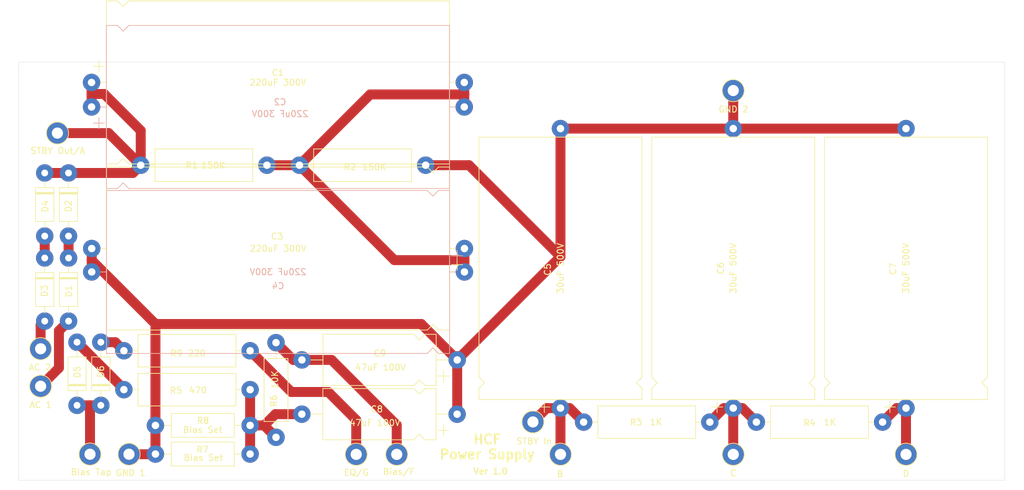
<source format=kicad_pcb>
(kicad_pcb (version 20241229) (generator "pcbnew") (generator_version "9.0")
  (layers (0 "F.Cu" signal) (2 "B.Cu" signal) (13 "F.Paste" user) (15 "B.Paste" user) (5 "F.SilkS" user "F.Silkscreen") (7 "B.SilkS" user "B.Silkscreen") (1 "F.Mask" user) (3 "B.Mask" user) (25 "Edge.Cuts" user))
  (net 0 "")
  (net 1 "Net-(D2-K)")
  (net 2 "Net-(C1-Pad2)")
  (net 3 "GND")
  (net 4 "B")
  (net 5 "C")
  (net 6 "D")
  (net 7 "Net-(C8-Pad2)")
  (net 8 "F")
  (net 9 "Net-(D1-K)")
  (net 10 "Net-(D1-A)")
  (net 11 "Net-(D3-A)")
  (net 12 "Net-(D3-K)")
  (net 13 "Net-(D5-A)")
  (net 14 "60VAC")
  (net 15 "Net-(D6-A)")
  (net 16 "G")
  (footprint "Capacitor_THT:CP_Axial_L42.0mm_D26.0mm_P45.00mm_Horizontal" (layer "F.Cu") (at 204.188 125.2 90)
    (property "Reference" "C7" (at 22.42 -2.09 90) (layer "F.SilkS"))
    (property "Value" "30uF 500V" (at 22.5 0 90) (layer "F.SilkS"))
    (fp_line (start 43.62 -13.12) (end 43.62 13.12) (stroke (width 0.12)) (layer "F.SilkS"))
    (fp_line (start 4.98 -13.12) (end 43.62 -13.12) (stroke (width 0.12)) (layer "F.SilkS"))
    (fp_line (start 3.18 -13.12) (end 4.08 -12.22) (stroke (width 0.12)) (layer "F.SilkS"))
    (fp_line (start 1.38 -13.12) (end 3.18 -13.12) (stroke (width 0.12)) (layer "F.SilkS"))
    (fp_line (start 1.38 -13.12) (end 1.38 13.12) (stroke (width 0.12)) (layer "F.SilkS"))
    (fp_line (start 4.08 -12.22) (end 4.98 -13.12) (stroke (width 0.12)) (layer "F.SilkS"))
    (fp_line (start 0.18 -3.5) (end 0.18 -1.7) (stroke (width 0.12)) (layer "F.SilkS"))
    (fp_line (start -0.72 -2.6) (end 1.08 -2.6) (stroke (width 0.12)) (layer "F.SilkS"))
    (fp_line (start 4.08 12.22) (end 4.98 13.12) (stroke (width 0.12)) (layer "F.SilkS"))
    (fp_line (start 4.98 13.12) (end 43.62 13.12) (stroke (width 0.12)) (layer "F.SilkS"))
    (fp_line (start 3.18 13.12) (end 4.08 12.22) (stroke (width 0.12)) (layer "F.SilkS"))
    (fp_line (start 1.38 13.12) (end 3.18 13.12) (stroke (width 0.12)) (layer "F.SilkS"))
    (pad "1" thru_hole circle (at 0 0 90) (size 2.8 2.8) (drill 1.2) (layers "*.Cu" "*.Mask") (net 6 "D"))
    (pad "2" thru_hole circle (at 45 0 90) (size 2.8 2.8) (drill 1.2) (layers "*.Cu" "*.Mask") (net 3 "GND"))
  )
  (footprint "Resistor_THT:R_Axial_DIN0516_L15.5mm_D5.0mm_P20.32mm_Horizontal" (layer "F.Cu") (at 78.2795 115.965)
    (property "Reference" "R9" (at 8.44 0.44 0) (layer "F.SilkS"))
    (property "Value" "220" (at 11.73 0.4 0) (layer "F.SilkS"))
    (fp_line (start 1.44 0) (end 2.29 0) (stroke (width 0.12)) (layer "F.SilkS"))
    (fp_line (start 2.29 -2.62) (end 2.29 2.62) (stroke (width 0.12)) (layer "F.SilkS"))
    (fp_line (start 2.29 2.62) (end 18.03 2.62) (stroke (width 0.12)) (layer "F.SilkS"))
    (fp_line (start 18.03 -2.62) (end 2.29 -2.62) (stroke (width 0.12)) (layer "F.SilkS"))
    (fp_line (start 18.03 2.62) (end 18.03 -2.62) (stroke (width 0.12)) (layer "F.SilkS"))
    (fp_line (start 18.88 0) (end 18.03 0) (stroke (width 0.12)) (layer "F.SilkS"))
    (pad "1" thru_hole circle (at 0 0) (size 2.8 2.8) (drill 1.2) (layers "*.Cu" "*.Mask") (net 15 "Net-(D6-A)"))
    (pad "2" thru_hole circle (at 20.32 0) (size 2.8 2.8) (drill 1.2) (layers "*.Cu" "*.Mask") (net 16 "G"))
  )
  (footprint "HiroFootprints:Out_Hole_3.4_1.8" (layer "F.Cu") (at 148.565 132.65)
    (property "Reference" "TP3" (hide yes))
    (property "Value" "B" (at -0.08 3.16 0) (layer "F.SilkS"))
    (fp_circle (center 0 0) (end 1.8 0) (stroke (width 0.12)) (fill no) (layer "F.SilkS"))
    (pad "1" thru_hole circle (at 0 0) (size 3.4 3.4) (drill 1.8) (layers "*.Cu" "*.Mask") (net 4 "B"))
  )
  (footprint "HiroFootprints:Out_Hole_3.4_1.8" (layer "F.Cu") (at 176.378 132.65)
    (property "Reference" "TP4" (hide yes))
    (property "Value" "C" (at 0 3.02 0) (layer "F.SilkS"))
    (fp_circle (center 0 0) (end 1.8 0) (stroke (width 0.12)) (fill no) (layer "F.SilkS"))
    (pad "1" thru_hole circle (at 0 0) (size 3.4 3.4) (drill 1.8) (layers "*.Cu" "*.Mask") (net 5 "C"))
  )
  (footprint "HiroFootprints:Out_Hole_3.4_1.8" (layer "F.Cu") (at 122.2 132.65)
    (property "Reference" "TP7" (hide yes))
    (property "Value" "Bias/F" (at 0.34 2.79 0) (layer "F.SilkS"))
    (fp_circle (center 0 0) (end 1.8 0) (stroke (width 0.12)) (fill no) (layer "F.SilkS"))
    (pad "1" thru_hole circle (at 0 0) (size 3.4 3.4) (drill 1.8) (layers "*.Cu" "*.Mask") (net 8 "F"))
  )
  (footprint "Capacitor_THT:CP_Axial_L18.0mm_D8.0mm_P25.00mm_Horizontal" (layer "F.Cu") (at 131.937 117.44 180)
    (property "Reference" "C9" (at 12.45 1.05 0) (layer "F.SilkS"))
    (property "Value" "47uF 100V" (at 12.34 -1.21 0) (layer "F.SilkS"))
    (fp_line (start 23.56 0) (end 21.62 0) (stroke (width 0.12)) (layer "F.SilkS"))
    (fp_line (start 21.62 -4.12) (end 21.62 4.12) (stroke (width 0.12)) (layer "F.SilkS"))
    (fp_line (start 6.98 4.12) (end 21.62 4.12) (stroke (width 0.12)) (layer "F.SilkS"))
    (fp_line (start 6.98 -4.12) (end 21.62 -4.12) (stroke (width 0.12)) (layer "F.SilkS"))
    (fp_line (start 6.08 3.22) (end 6.98 4.12) (stroke (width 0.12)) (layer "F.SilkS"))
    (fp_line (start 6.08 -3.22) (end 6.98 -4.12) (stroke (width 0.12)) (layer "F.SilkS"))
    (fp_line (start 5.18 4.12) (end 6.08 3.22) (stroke (width 0.12)) (layer "F.SilkS"))
    (fp_line (start 5.18 -4.12) (end 6.08 -3.22) (stroke (width 0.12)) (layer "F.SilkS"))
    (fp_line (start 3.38 4.12) (end 5.18 4.12) (stroke (width 0.12)) (layer "F.SilkS"))
    (fp_line (start 3.38 -4.12) (end 5.18 -4.12) (stroke (width 0.12)) (layer "F.SilkS"))
    (fp_line (start 3.38 -4.12) (end 3.38 4.12) (stroke (width 0.12)) (layer "F.SilkS"))
    (fp_line (start 2.18 -3.5) (end 2.18 -1.7) (stroke (width 0.12)) (layer "F.SilkS"))
    (fp_line (start 1.44 0) (end 3.38 0) (stroke (width 0.12)) (layer "F.SilkS"))
    (fp_line (start 1.28 -2.6) (end 3.08 -2.6) (stroke (width 0.12)) (layer "F.SilkS"))
    (pad "1" thru_hole circle (at 0 0 180) (size 2.8 2.8) (drill 1.2) (layers "*.Cu" "*.Mask") (net 3 "GND"))
    (pad "2" thru_hole circle (at 25 0 180) (size 2.8 2.8) (drill 1.2) (layers "*.Cu" "*.Mask") (net 8 "F"))
  )
  (footprint "Resistor_THT:R_Axial_DIN0516_L15.5mm_D5.0mm_P20.32mm_Horizontal" (layer "F.Cu") (at 152.287 127.45)
    (property "Reference" "R3" (at 8.454 0.034 0) (layer "F.SilkS"))
    (property "Value" "1K" (at 11.65 0 0) (layer "F.SilkS"))
    (fp_line (start 1.44 0) (end 2.29 0) (stroke (width 0.12)) (layer "F.SilkS"))
    (fp_line (start 2.29 -2.62) (end 2.29 2.62) (stroke (width 0.12)) (layer "F.SilkS"))
    (fp_line (start 2.29 2.62) (end 18.03 2.62) (stroke (width 0.12)) (layer "F.SilkS"))
    (fp_line (start 18.03 -2.62) (end 2.29 -2.62) (stroke (width 0.12)) (layer "F.SilkS"))
    (fp_line (start 18.03 2.62) (end 18.03 -2.62) (stroke (width 0.12)) (layer "F.SilkS"))
    (fp_line (start 18.88 0) (end 18.03 0) (stroke (width 0.12)) (layer "F.SilkS"))
    (pad "1" thru_hole circle (at 0 0) (size 2.8 2.8) (drill 1.2) (layers "*.Cu" "*.Mask") (net 4 "B"))
    (pad "2" thru_hole circle (at 20.32 0) (size 2.8 2.8) (drill 1.2) (layers "*.Cu" "*.Mask") (net 5 "C"))
  )
  (footprint "HiroFootprints:Out_Hole_3.4_1.8" (layer "F.Cu") (at 144.125 127.425)
    (property "Reference" "TP2" (hide yes))
    (property "Value" "STBY In" (at 0.205 3.105 0) (layer "F.SilkS"))
    (fp_circle (center 0 0) (end 1.8 0) (stroke (width 0.12)) (fill no) (layer "F.SilkS"))
    (pad "1" thru_hole circle (at 0 0) (size 3.4 3.4) (drill 1.8) (layers "*.Cu" "*.Mask") (net 4 "B"))
  )
  (footprint "Capacitor_THT:CP_Axial_L42.0mm_D26.0mm_P45.00mm_Horizontal" (layer "F.Cu") (at 176.375 125.2 90)
    (property "Reference" "C6" (at 22.52 -2.03 90) (layer "F.SilkS"))
    (property "Value" "30uF 500V" (at 22.5 0 90) (layer "F.SilkS"))
    (fp_line (start 43.62 -13.12) (end 43.62 13.12) (stroke (width 0.12)) (layer "F.SilkS"))
    (fp_line (start 4.98 -13.12) (end 43.62 -13.12) (stroke (width 0.12)) (layer "F.SilkS"))
    (fp_line (start 3.18 -13.12) (end 4.08 -12.22) (stroke (width 0.12)) (layer "F.SilkS"))
    (fp_line (start 1.38 -13.12) (end 3.18 -13.12) (stroke (width 0.12)) (layer "F.SilkS"))
    (fp_line (start 1.38 -13.12) (end 1.38 13.12) (stroke (width 0.12)) (layer "F.SilkS"))
    (fp_line (start 4.08 -12.22) (end 4.98 -13.12) (stroke (width 0.12)) (layer "F.SilkS"))
    (fp_line (start 0.18 -3.5) (end 0.18 -1.7) (stroke (width 0.12)) (layer "F.SilkS"))
    (fp_line (start -0.72 -2.6) (end 1.08 -2.6) (stroke (width 0.12)) (layer "F.SilkS"))
    (fp_line (start 4.08 12.22) (end 4.98 13.12) (stroke (width 0.12)) (layer "F.SilkS"))
    (fp_line (start 4.98 13.12) (end 43.62 13.12) (stroke (width 0.12)) (layer "F.SilkS"))
    (fp_line (start 3.18 13.12) (end 4.08 12.22) (stroke (width 0.12)) (layer "F.SilkS"))
    (fp_line (start 1.38 13.12) (end 3.18 13.12) (stroke (width 0.12)) (layer "F.SilkS"))
    (pad "1" thru_hole circle (at 0 0 90) (size 2.8 2.8) (drill 1.2) (layers "*.Cu" "*.Mask") (net 5 "C"))
    (pad "2" thru_hole circle (at 45 0 90) (size 2.8 2.8) (drill 1.2) (layers "*.Cu" "*.Mask") (net 3 "GND"))
  )
  (footprint "Resistor_THT:R_Axial_DIN0411_L9.9mm_D3.6mm_P15.24mm_Horizontal" (layer "F.Cu") (at 102.76825 114.66 -90)
    (property "Reference" "R6" (at 9.36 0.36 90) (layer "F.SilkS"))
    (property "Value" "10K" (at 5.95 0.18 90) (layer "F.SilkS"))
    (fp_line (start 2.55 1.92) (end 12.69 1.92) (stroke (width 0.12)) (layer "F.SilkS"))
    (fp_line (start 12.69 1.92) (end 12.69 -1.92) (stroke (width 0.12)) (layer "F.SilkS"))
    (fp_line (start 1.44 0) (end 2.55 0) (stroke (width 0.12)) (layer "F.SilkS"))
    (fp_line (start 13.8 0) (end 12.69 0) (stroke (width 0.12)) (layer "F.SilkS"))
    (fp_line (start 2.55 -1.92) (end 2.55 1.92) (stroke (width 0.12)) (layer "F.SilkS"))
    (fp_line (start 12.69 -1.92) (end 2.55 -1.92) (stroke (width 0.12)) (layer "F.SilkS"))
    (pad "1" thru_hole circle (at 0 0 270) (size 2.8 2.8) (drill 1.2) (layers "*.Cu" "*.Mask") (net 8 "F"))
    (pad "2" thru_hole circle (at 15.24 0 270) (size 2.8 2.8) (drill 1.2) (layers "*.Cu" "*.Mask") (net 7 "Net-(C8-Pad2)"))
  )
  (footprint "Capacitor_THT:CP_Axial_L18.0mm_D8.0mm_P25.00mm_Horizontal" (layer "F.Cu") (at 131.925 126.175 180)
    (property "Reference" "C8" (at 12.94 0.81 0) (layer "F.SilkS"))
    (property "Value" "47uF 100V" (at 13.24 -1.39 0) (layer "F.SilkS"))
    (fp_line (start 23.56 0) (end 21.62 0) (stroke (width 0.12)) (layer "F.SilkS"))
    (fp_line (start 21.62 -4.12) (end 21.62 4.12) (stroke (width 0.12)) (layer "F.SilkS"))
    (fp_line (start 6.98 4.12) (end 21.62 4.12) (stroke (width 0.12)) (layer "F.SilkS"))
    (fp_line (start 6.98 -4.12) (end 21.62 -4.12) (stroke (width 0.12)) (layer "F.SilkS"))
    (fp_line (start 6.08 3.22) (end 6.98 4.12) (stroke (width 0.12)) (layer "F.SilkS"))
    (fp_line (start 6.08 -3.22) (end 6.98 -4.12) (stroke (width 0.12)) (layer "F.SilkS"))
    (fp_line (start 5.18 4.12) (end 6.08 3.22) (stroke (width 0.12)) (layer "F.SilkS"))
    (fp_line (start 5.18 -4.12) (end 6.08 -3.22) (stroke (width 0.12)) (layer "F.SilkS"))
    (fp_line (start 3.38 4.12) (end 5.18 4.12) (stroke (width 0.12)) (layer "F.SilkS"))
    (fp_line (start 3.38 -4.12) (end 5.18 -4.12) (stroke (width 0.12)) (layer "F.SilkS"))
    (fp_line (start 3.38 -4.12) (end 3.38 4.12) (stroke (width 0.12)) (layer "F.SilkS"))
    (fp_line (start 2.18 -3.5) (end 2.18 -1.7) (stroke (width 0.12)) (layer "F.SilkS"))
    (fp_line (start 1.44 0) (end 3.38 0) (stroke (width 0.12)) (layer "F.SilkS"))
    (fp_line (start 1.28 -2.6) (end 3.08 -2.6) (stroke (width 0.12)) (layer "F.SilkS"))
    (pad "1" thru_hole circle (at 0 0 180) (size 2.8 2.8) (drill 1.2) (layers "*.Cu" "*.Mask") (net 3 "GND"))
    (pad "2" thru_hole circle (at 25 0 180) (size 2.8 2.8) (drill 1.2) (layers "*.Cu" "*.Mask") (net 7 "Net-(C8-Pad2)"))
  )
  (footprint "Capacitor_THT:CP_Axial_L55.0mm_D26.0mm_P60.00mm_Horizontal" (layer "F.Cu") (at 73.075 72.775)
    (property "Reference" "C1" (at 30 -1.5625 0) (layer "F.SilkS"))
    (property "Value" "220uF 300V" (at 30 0 0) (layer "F.SilkS"))
    (fp_line (start 0.28 -2.6) (end 2.08 -2.6) (stroke (width 0.12)) (layer "F.SilkS"))
    (fp_line (start 1.18 -3.5) (end 1.18 -1.7) (stroke (width 0.12)) (layer "F.SilkS"))
    (fp_line (start 1.44 0) (end 2.38 0) (stroke (width 0.12)) (layer "F.SilkS"))
    (fp_line (start 2.38 -13.12) (end 2.38 13.12) (stroke (width 0.12)) (layer "F.SilkS"))
    (fp_line (start 2.38 -13.12) (end 4.18 -13.12) (stroke (width 0.12)) (layer "F.SilkS"))
    (fp_line (start 2.38 13.12) (end 4.18 13.12) (stroke (width 0.12)) (layer "F.SilkS"))
    (fp_line (start 4.18 -13.12) (end 5.08 -12.22) (stroke (width 0.12)) (layer "F.SilkS"))
    (fp_line (start 4.18 13.12) (end 5.08 12.22) (stroke (width 0.12)) (layer "F.SilkS"))
    (fp_line (start 5.08 -12.22) (end 5.98 -13.12) (stroke (width 0.12)) (layer "F.SilkS"))
    (fp_line (start 5.08 12.22) (end 5.98 13.12) (stroke (width 0.12)) (layer "F.SilkS"))
    (fp_line (start 5.98 -13.12) (end 57.62 -13.12) (stroke (width 0.12)) (layer "F.SilkS"))
    (fp_line (start 5.98 13.12) (end 57.62 13.12) (stroke (width 0.12)) (layer "F.SilkS"))
    (fp_line (start 57.62 -13.12) (end 57.62 13.12) (stroke (width 0.12)) (layer "F.SilkS"))
    (fp_line (start 58.56 0) (end 57.62 0) (stroke (width 0.12)) (layer "F.SilkS"))
    (pad "1" thru_hole circle (at 0 0) (size 2.8 2.8) (drill 1.2) (layers "*.Cu" "*.Mask") (net 1 "Net-(D2-K)"))
    (pad "2" thru_hole circle (at 60 0) (size 2.8 2.8) (drill 1.2) (layers "*.Cu" "*.Mask") (net 2 "Net-(C1-Pad2)"))
  )
  (footprint "HiroFootprints:Out_Hole_3.4_1.8" (layer "F.Cu") (at 64.875 121.675)
    (property "Reference" "TP10" (hide yes))
    (property "Value" "AC 1" (at 0 3 0) (layer "F.SilkS"))
    (fp_circle (center 0 0) (end 1.8 0) (stroke (width 0.12)) (fill no) (layer "F.SilkS"))
    (pad "1" thru_hole circle (at 0 0) (size 3.4 3.4) (drill 1.8) (layers "*.Cu" "*.Mask") (net 10 "Net-(D1-A)"))
  )
  (footprint "Resistor_THT:R_Axial_DIN0516_L15.5mm_D5.0mm_P20.32mm_Horizontal" (layer "F.Cu") (at 80.99 86.0925)
    (property "Reference" "R1" (at 8.21 0.0325 0) (layer "F.SilkS"))
    (property "Value" "150K" (at 11.685 0.0325 0) (layer "F.SilkS"))
    (fp_line (start 1.44 0) (end 2.29 0) (stroke (width 0.12)) (layer "F.SilkS"))
    (fp_line (start 2.29 -2.62) (end 2.29 2.62) (stroke (width 0.12)) (layer "F.SilkS"))
    (fp_line (start 2.29 2.62) (end 18.03 2.62) (stroke (width 0.12)) (layer "F.SilkS"))
    (fp_line (start 18.03 -2.62) (end 2.29 -2.62) (stroke (width 0.12)) (layer "F.SilkS"))
    (fp_line (start 18.03 2.62) (end 18.03 -2.62) (stroke (width 0.12)) (layer "F.SilkS"))
    (fp_line (start 18.88 0) (end 18.03 0) (stroke (width 0.12)) (layer "F.SilkS"))
    (pad "1" thru_hole circle (at 0 0) (size 2.8 2.8) (drill 1.2) (layers "*.Cu" "*.Mask") (net 1 "Net-(D2-K)"))
    (pad "2" thru_hole circle (at 20.32 0) (size 2.8 2.8) (drill 1.2) (layers "*.Cu" "*.Mask") (net 2 "Net-(C1-Pad2)"))
  )
  (footprint "HiroFootprints:Out_Hole_3.4_1.8" (layer "F.Cu") (at 115.68 132.65)
    (property "Reference" "TP8" (hide yes))
    (property "Value" "EQ/G" (at 0.03 2.92 0) (layer "F.SilkS"))
    (fp_circle (center 0 0) (end 1.8 0) (stroke (width 0.12)) (fill no) (layer "F.SilkS"))
    (pad "1" thru_hole circle (at 0 0) (size 3.4 3.4) (drill 1.8) (layers "*.Cu" "*.Mask") (net 16 "G"))
  )
  (footprint "Diode_THT:D_DO-41_SOD81_P10.16mm_Horizontal" (layer "F.Cu") (at 65.535 87.345 -90)
    (property "Reference" "D4" (at 5.37 -0.07 90) (layer "F.SilkS"))
    (property "Value" "1N4006")
    (fp_line (start 2.36 1.47) (end 7.8 1.47) (stroke (width 0.12)) (layer "F.SilkS"))
    (fp_line (start 7.8 1.47) (end 7.8 -1.47) (stroke (width 0.12)) (layer "F.SilkS"))
    (fp_line (start 1.34 0) (end 2.36 0) (stroke (width 0.12)) (layer "F.SilkS"))
    (fp_line (start 8.82 0) (end 7.8 0) (stroke (width 0.12)) (layer "F.SilkS"))
    (fp_line (start 2.36 -1.47) (end 2.36 1.47) (stroke (width 0.12)) (layer "F.SilkS"))
    (fp_line (start 3.14 -1.47) (end 3.14 1.47) (stroke (width 0.12)) (layer "F.SilkS"))
    (fp_line (start 3.26 -1.47) (end 3.26 1.47) (stroke (width 0.12)) (layer "F.SilkS"))
    (fp_line (start 3.38 -1.47) (end 3.38 1.47) (stroke (width 0.12)) (layer "F.SilkS"))
    (fp_line (start 7.8 -1.47) (end 2.36 -1.47) (stroke (width 0.12)) (layer "F.SilkS"))
    (pad "1" thru_hole circle (at 0 0 270) (size 2.8 2.8) (drill 1.1) (layers "*.Cu" "*.Mask") (net 1 "Net-(D2-K)"))
    (pad "2" thru_hole circle (at 10.16 0 270) (size 2.8 2.8) (drill 1.1) (layers "*.Cu" "*.Mask") (net 12 "Net-(D3-K)"))
  )
  (footprint "HiroFootprints:Out_Hole_3.4_1.8" (layer "F.Cu") (at 204.191 132.65)
    (property "Reference" "TP5" (hide yes))
    (property "Value" "D" (at -0.01 3.09 0) (layer "F.SilkS"))
    (fp_circle (center 0 0) (end 1.8 0) (stroke (width 0.12)) (fill no) (layer "F.SilkS"))
    (pad "1" thru_hole circle (at 0 0) (size 3.4 3.4) (drill 1.8) (layers "*.Cu" "*.Mask") (net 6 "D"))
  )
  (footprint "Resistor_THT:R_Axial_DIN0411_L9.9mm_D3.6mm_P15.24mm_Horizontal" (layer "F.Cu") (at 98.5995 127.985 180)
    (property "Reference" "R8" (at 7.59 0.77 0) (layer "F.SilkS"))
    (property "Value" "Bias Set" (at 7.64 -0.72 0) (layer "F.SilkS"))
    (fp_line (start 13.8 0) (end 12.69 0) (stroke (width 0.12)) (layer "F.SilkS"))
    (fp_line (start 12.69 1.92) (end 12.69 -1.92) (stroke (width 0.12)) (layer "F.SilkS"))
    (fp_line (start 12.69 -1.92) (end 2.55 -1.92) (stroke (width 0.12)) (layer "F.SilkS"))
    (fp_line (start 2.55 1.92) (end 12.69 1.92) (stroke (width 0.12)) (layer "F.SilkS"))
    (fp_line (start 2.55 -1.92) (end 2.55 1.92) (stroke (width 0.12)) (layer "F.SilkS"))
    (fp_line (start 1.44 0) (end 2.55 0) (stroke (width 0.12)) (layer "F.SilkS"))
    (pad "1" thru_hole circle (at 0 0 180) (size 2.8 2.8) (drill 1.2) (layers "*.Cu" "*.Mask") (net 7 "Net-(C8-Pad2)"))
    (pad "2" thru_hole circle (at 15.24 0 180) (size 2.8 2.8) (drill 1.2) (layers "*.Cu" "*.Mask") (net 3 "GND"))
  )
  (footprint "Diode_THT:D_DO-41_SOD81_P10.16mm_Horizontal" (layer "F.Cu") (at 74.567 124.75 90)
    (property "Reference" "D6" (at 5.43 0.01 90) (layer "F.SilkS"))
    (property "Value" "1N4006")
    (fp_line (start 7.8 -1.47) (end 2.36 -1.47) (stroke (width 0.12)) (layer "F.SilkS"))
    (fp_line (start 3.38 -1.47) (end 3.38 1.47) (stroke (width 0.12)) (layer "F.SilkS"))
    (fp_line (start 3.26 -1.47) (end 3.26 1.47) (stroke (width 0.12)) (layer "F.SilkS"))
    (fp_line (start 3.14 -1.47) (end 3.14 1.47) (stroke (width 0.12)) (layer "F.SilkS"))
    (fp_line (start 2.36 -1.47) (end 2.36 1.47) (stroke (width 0.12)) (layer "F.SilkS"))
    (fp_line (start 8.82 0) (end 7.8 0) (stroke (width 0.12)) (layer "F.SilkS"))
    (fp_line (start 1.34 0) (end 2.36 0) (stroke (width 0.12)) (layer "F.SilkS"))
    (fp_line (start 7.8 1.47) (end 7.8 -1.47) (stroke (width 0.12)) (layer "F.SilkS"))
    (fp_line (start 2.36 1.47) (end 7.8 1.47) (stroke (width 0.12)) (layer "F.SilkS"))
    (pad "1" thru_hole circle (at 0 0 90) (size 2.8 2.8) (drill 1.1) (layers "*.Cu" "*.Mask") (net 14 "60VAC"))
    (pad "2" thru_hole circle (at 10.16 0 90) (size 2.8 2.8) (drill 1.1) (layers "*.Cu" "*.Mask") (net 15 "Net-(D6-A)"))
  )
  (footprint "Resistor_THT:R_Axial_DIN0516_L15.5mm_D5.0mm_P20.32mm_Horizontal" (layer "F.Cu") (at 180.1 127.45)
    (property "Reference" "R4" (at 8.56 0.144 0) (layer "F.SilkS"))
    (property "Value" "1K" (at 11.85 0.04 0) (layer "F.SilkS"))
    (fp_line (start 1.44 0) (end 2.29 0) (stroke (width 0.12)) (layer "F.SilkS"))
    (fp_line (start 2.29 -2.62) (end 2.29 2.62) (stroke (width 0.12)) (layer "F.SilkS"))
    (fp_line (start 2.29 2.62) (end 18.03 2.62) (stroke (width 0.12)) (layer "F.SilkS"))
    (fp_line (start 18.03 -2.62) (end 2.29 -2.62) (stroke (width 0.12)) (layer "F.SilkS"))
    (fp_line (start 18.03 2.62) (end 18.03 -2.62) (stroke (width 0.12)) (layer "F.SilkS"))
    (fp_line (start 18.88 0) (end 18.03 0) (stroke (width 0.12)) (layer "F.SilkS"))
    (pad "1" thru_hole circle (at 0 0) (size 2.8 2.8) (drill 1.2) (layers "*.Cu" "*.Mask") (net 5 "C"))
    (pad "2" thru_hole circle (at 20.32 0) (size 2.8 2.8) (drill 1.2) (layers "*.Cu" "*.Mask") (net 6 "D"))
  )
  (footprint "Diode_THT:D_DO-41_SOD81_P10.16mm_Horizontal" (layer "F.Cu") (at 69.375 101.035 -90)
    (property "Reference" "D1" (at 5.34 -0.05 90) (layer "F.SilkS"))
    (property "Value" "1N4006")
    (fp_line (start 2.36 1.47) (end 7.8 1.47) (stroke (width 0.12)) (layer "F.SilkS"))
    (fp_line (start 7.8 1.47) (end 7.8 -1.47) (stroke (width 0.12)) (layer "F.SilkS"))
    (fp_line (start 1.34 0) (end 2.36 0) (stroke (width 0.12)) (layer "F.SilkS"))
    (fp_line (start 8.82 0) (end 7.8 0) (stroke (width 0.12)) (layer "F.SilkS"))
    (fp_line (start 2.36 -1.47) (end 2.36 1.47) (stroke (width 0.12)) (layer "F.SilkS"))
    (fp_line (start 3.14 -1.47) (end 3.14 1.47) (stroke (width 0.12)) (layer "F.SilkS"))
    (fp_line (start 3.26 -1.47) (end 3.26 1.47) (stroke (width 0.12)) (layer "F.SilkS"))
    (fp_line (start 3.38 -1.47) (end 3.38 1.47) (stroke (width 0.12)) (layer "F.SilkS"))
    (fp_line (start 7.8 -1.47) (end 2.36 -1.47) (stroke (width 0.12)) (layer "F.SilkS"))
    (pad "1" thru_hole circle (at 0 0 270) (size 2.8 2.8) (drill 1.1) (layers "*.Cu" "*.Mask") (net 9 "Net-(D1-K)"))
    (pad "2" thru_hole circle (at 10.16 0 270) (size 2.8 2.8) (drill 1.1) (layers "*.Cu" "*.Mask") (net 10 "Net-(D1-A)"))
  )
  (footprint "HiroFootprints:Out_Hole_3.4_1.8" (layer "F.Cu") (at 67.575 80.925)
    (property "Reference" "TP1" (hide yes))
    (property "Value" "STBY Out/A" (at 0.065 2.845 0) (layer "F.SilkS"))
    (fp_circle (center 0 0) (end 1.8 0) (stroke (width 0.12)) (fill no) (layer "F.SilkS"))
    (pad "1" thru_hole circle (at 0 0) (size 3.4 3.4) (drill 1.8) (layers "*.Cu" "*.Mask") (net 1 "Net-(D2-K)"))
  )
  (footprint "Diode_THT:D_DO-41_SOD81_P10.16mm_Horizontal" (layer "F.Cu") (at 70.73575 124.75 90)
    (property "Reference" "D5" (at 5.35 0.04 90) (layer "F.SilkS"))
    (property "Value" "1N4006")
    (fp_line (start 7.8 -1.47) (end 2.36 -1.47) (stroke (width 0.12)) (layer "F.SilkS"))
    (fp_line (start 3.38 -1.47) (end 3.38 1.47) (stroke (width 0.12)) (layer "F.SilkS"))
    (fp_line (start 3.26 -1.47) (end 3.26 1.47) (stroke (width 0.12)) (layer "F.SilkS"))
    (fp_line (start 3.14 -1.47) (end 3.14 1.47) (stroke (width 0.12)) (layer "F.SilkS"))
    (fp_line (start 2.36 -1.47) (end 2.36 1.47) (stroke (width 0.12)) (layer "F.SilkS"))
    (fp_line (start 8.82 0) (end 7.8 0) (stroke (width 0.12)) (layer "F.SilkS"))
    (fp_line (start 1.34 0) (end 2.36 0) (stroke (width 0.12)) (layer "F.SilkS"))
    (fp_line (start 7.8 1.47) (end 7.8 -1.47) (stroke (width 0.12)) (layer "F.SilkS"))
    (fp_line (start 2.36 1.47) (end 7.8 1.47) (stroke (width 0.12)) (layer "F.SilkS"))
    (pad "1" thru_hole circle (at 0 0 90) (size 2.8 2.8) (drill 1.1) (layers "*.Cu" "*.Mask") (net 14 "60VAC"))
    (pad "2" thru_hole circle (at 10.16 0 90) (size 2.8 2.8) (drill 1.1) (layers "*.Cu" "*.Mask") (net 13 "Net-(D5-A)"))
  )
  (footprint "MountingHole:MountingHole_4mm" (layer "F.Cu") (at 215.85 73.775)
    (property "Reference" "REF**" (hide yes))
    (property "Value" "MountingHole_4mm")
    (pad "" np_thru_hole circle (at 0 0) (size 4 4) (drill 4) (layers "*.Cu" "*.Mask"))
  )
  (footprint "HiroFootprints:Out_Hole_3.4_1.8" (layer "F.Cu") (at 72.825 132.625)
    (property "Reference" "TP9" (hide yes))
    (property "Value" "Bias Tap" (at 0.18 2.86 0) (layer "F.SilkS"))
    (fp_circle (center 0 0) (end 1.8 0) (stroke (width 0.12)) (fill no) (layer "F.SilkS"))
    (pad "1" thru_hole circle (at 0 0) (size 3.4 3.4) (drill 1.8) (layers "*.Cu" "*.Mask") (net 14 "60VAC"))
  )
  (footprint "Resistor_THT:R_Axial_DIN0411_L9.9mm_D3.6mm_P15.24mm_Horizontal" (layer "F.Cu") (at 98.5995 132.595 180)
    (property "Reference" "R7" (at 7.65 0.71 0) (layer "F.SilkS"))
    (property "Value" "Bias Set" (at 7.53 -0.59 0) (layer "F.SilkS"))
    (fp_line (start 13.8 0) (end 12.69 0) (stroke (width 0.12)) (layer "F.SilkS"))
    (fp_line (start 12.69 1.92) (end 12.69 -1.92) (stroke (width 0.12)) (layer "F.SilkS"))
    (fp_line (start 12.69 -1.92) (end 2.55 -1.92) (stroke (width 0.12)) (layer "F.SilkS"))
    (fp_line (start 2.55 1.92) (end 12.69 1.92) (stroke (width 0.12)) (layer "F.SilkS"))
    (fp_line (start 2.55 -1.92) (end 2.55 1.92) (stroke (width 0.12)) (layer "F.SilkS"))
    (fp_line (start 1.44 0) (end 2.55 0) (stroke (width 0.12)) (layer "F.SilkS"))
    (pad "1" thru_hole circle (at 0 0 180) (size 2.8 2.8) (drill 1.2) (layers "*.Cu" "*.Mask") (net 7 "Net-(C8-Pad2)"))
    (pad "2" thru_hole circle (at 15.24 0 180) (size 2.8 2.8) (drill 1.2) (layers "*.Cu" "*.Mask") (net 3 "GND"))
  )
  (footprint "Resistor_THT:R_Axial_DIN0516_L15.5mm_D5.0mm_P20.32mm_Horizontal" (layer "F.Cu") (at 78.2795 122.225)
    (property "Reference" "R5" (at 8.39 0.14 0) (layer "F.SilkS"))
    (property "Value" "470" (at 11.91 0.09 0) (layer "F.SilkS"))
    (fp_line (start 1.44 0) (end 2.29 0) (stroke (width 0.12)) (layer "F.SilkS"))
    (fp_line (start 2.29 -2.62) (end 2.29 2.62) (stroke (width 0.12)) (layer "F.SilkS"))
    (fp_line (start 2.29 2.62) (end 18.03 2.62) (stroke (width 0.12)) (layer "F.SilkS"))
    (fp_line (start 18.03 -2.62) (end 2.29 -2.62) (stroke (width 0.12)) (layer "F.SilkS"))
    (fp_line (start 18.03 2.62) (end 18.03 -2.62) (stroke (width 0.12)) (layer "F.SilkS"))
    (fp_line (start 18.88 0) (end 18.03 0) (stroke (width 0.12)) (layer "F.SilkS"))
    (pad "1" thru_hole circle (at 0 0) (size 2.8 2.8) (drill 1.2) (layers "*.Cu" "*.Mask") (net 13 "Net-(D5-A)"))
    (pad "2" thru_hole circle (at 20.32 0) (size 2.8 2.8) (drill 1.2) (layers "*.Cu" "*.Mask") (net 7 "Net-(C8-Pad2)"))
  )
  (footprint "Capacitor_THT:CP_Axial_L42.0mm_D26.0mm_P45.00mm_Horizontal" (layer "F.Cu") (at 148.562 125.2 90)
    (property "Reference" "C5" (at 22.31 -2.07 90) (layer "F.SilkS"))
    (property "Value" "30uF 500V" (at 22.5 0 90) (layer "F.SilkS"))
    (fp_line (start 43.62 -13.12) (end 43.62 13.12) (stroke (width 0.12)) (layer "F.SilkS"))
    (fp_line (start 4.98 -13.12) (end 43.62 -13.12) (stroke (width 0.12)) (layer "F.SilkS"))
    (fp_line (start 3.18 -13.12) (end 4.08 -12.22) (stroke (width 0.12)) (layer "F.SilkS"))
    (fp_line (start 1.38 -13.12) (end 3.18 -13.12) (stroke (width 0.12)) (layer "F.SilkS"))
    (fp_line (start 1.38 -13.12) (end 1.38 13.12) (stroke (width 0.12)) (layer "F.SilkS"))
    (fp_line (start 4.08 -12.22) (end 4.98 -13.12) (stroke (width 0.12)) (layer "F.SilkS"))
    (fp_line (start 0.18 -3.5) (end 0.18 -1.7) (stroke (width 0.12)) (layer "F.SilkS"))
    (fp_line (start -0.72 -2.6) (end 1.08 -2.6) (stroke (width 0.12)) (layer "F.SilkS"))
    (fp_line (start 4.08 12.22) (end 4.98 13.12) (stroke (width 0.12)) (layer "F.SilkS"))
    (fp_line (start 4.98 13.12) (end 43.62 13.12) (stroke (width 0.12)) (layer "F.SilkS"))
    (fp_line (start 3.18 13.12) (end 4.08 12.22) (stroke (width 0.12)) (layer "F.SilkS"))
    (fp_line (start 1.38 13.12) (end 3.18 13.12) (stroke (width 0.12)) (layer "F.SilkS"))
    (pad "1" thru_hole circle (at 0 0 90) (size 2.8 2.8) (drill 1.2) (layers "*.Cu" "*.Mask") (net 4 "B"))
    (pad "2" thru_hole circle (at 45 0 90) (size 2.8 2.8) (drill 1.2) (layers "*.Cu" "*.Mask") (net 3 "GND"))
  )
  (footprint "Capacitor_THT:CP_Axial_L55.0mm_D26.0mm_P60.00mm_Horizontal" (layer "F.Cu") (at 133.1 99.51 180)
    (property "Reference" "C3" (at 30.15 1.96 0) (layer "F.SilkS"))
    (property "Value" "220uF 300V" (at 30 0 0) (layer "F.SilkS"))
    (fp_line (start 58.56 0) (end 57.62 0) (stroke (width 0.12)) (layer "F.SilkS"))
    (fp_line (start 57.62 -13.12) (end 57.62 13.12) (stroke (width 0.12)) (layer "F.SilkS"))
    (fp_line (start 5.98 13.12) (end 57.62 13.12) (stroke (width 0.12)) (layer "F.SilkS"))
    (fp_line (start 5.98 -13.12) (end 57.62 -13.12) (stroke (width 0.12)) (layer "F.SilkS"))
    (fp_line (start 5.08 12.22) (end 5.98 13.12) (stroke (width 0.12)) (layer "F.SilkS"))
    (fp_line (start 5.08 -12.22) (end 5.98 -13.12) (stroke (width 0.12)) (layer "F.SilkS"))
    (fp_line (start 4.18 13.12) (end 5.08 12.22) (stroke (width 0.12)) (layer "F.SilkS"))
    (fp_line (start 4.18 -13.12) (end 5.08 -12.22) (stroke (width 0.12)) (layer "F.SilkS"))
    (fp_line (start 2.38 13.12) (end 4.18 13.12) (stroke (width 0.12)) (layer "F.SilkS"))
    (fp_line (start 2.38 -13.12) (end 4.18 -13.12) (stroke (width 0.12)) (layer "F.SilkS"))
    (fp_line (start 2.38 -13.12) (end 2.38 13.12) (stroke (width 0.12)) (layer "F.SilkS"))
    (fp_line (start 1.44 0) (end 2.38 0) (stroke (width 0.12)) (layer "F.SilkS"))
    (fp_line (start 1.18 -3.5) (end 1.18 -1.7) (stroke (width 0.12)) (layer "F.SilkS"))
    (fp_line (start 0.28 -2.6) (end 2.08 -2.6) (stroke (width 0.12)) (layer "F.SilkS"))
    (pad "1" thru_hole circle (at 0 0 180) (size 2.8 2.8) (drill 1.2) (layers "*.Cu" "*.Mask") (net 2 "Net-(C1-Pad2)"))
    (pad "2" thru_hole circle (at 60 0 180) (size 2.8 2.8) (drill 1.2) (layers "*.Cu" "*.Mask") (net 3 "GND"))
  )
  (footprint "Diode_THT:D_DO-41_SOD81_P10.16mm_Horizontal" (layer "F.Cu") (at 69.365 87.345 -90)
    (property "Reference" "D2" (at 5.34 0 90) (layer "F.SilkS"))
    (property "Value" "1N4006")
    (fp_line (start 2.36 1.47) (end 7.8 1.47) (stroke (width 0.12)) (layer "F.SilkS"))
    (fp_line (start 7.8 1.47) (end 7.8 -1.47) (stroke (width 0.12)) (layer "F.SilkS"))
    (fp_line (start 1.34 0) (end 2.36 0) (stroke (width 0.12)) (layer "F.SilkS"))
    (fp_line (start 8.82 0) (end 7.8 0) (stroke (width 0.12)) (layer "F.SilkS"))
    (fp_line (start 2.36 -1.47) (end 2.36 1.47) (stroke (width 0.12)) (layer "F.SilkS"))
    (fp_line (start 3.14 -1.47) (end 3.14 1.47) (stroke (width 0.12)) (layer "F.SilkS"))
    (fp_line (start 3.26 -1.47) (end 3.26 1.47) (stroke (width 0.12)) (layer "F.SilkS"))
    (fp_line (start 3.38 -1.47) (end 3.38 1.47) (stroke (width 0.12)) (layer "F.SilkS"))
    (fp_line (start 7.8 -1.47) (end 2.36 -1.47) (stroke (width 0.12)) (layer "F.SilkS"))
    (pad "1" thru_hole circle (at 0 0 270) (size 2.8 2.8) (drill 1.1) (layers "*.Cu" "*.Mask") (net 1 "Net-(D2-K)"))
    (pad "2" thru_hole circle (at 10.16 0 270) (size 2.8 2.8) (drill 1.1) (layers "*.Cu" "*.Mask") (net 9 "Net-(D1-K)"))
  )
  (footprint "Resistor_THT:R_Axial_DIN0516_L15.5mm_D5.0mm_P20.32mm_Horizontal" (layer "F.Cu") (at 106.54 86.0925)
    (property "Reference" "R2" (at 8.11 0.2825 0) (layer "F.SilkS"))
    (property "Value" "150K" (at 12.035 0.2825 0) (layer "F.SilkS"))
    (fp_line (start 1.44 0) (end 2.29 0) (stroke (width 0.12)) (layer "F.SilkS"))
    (fp_line (start 2.29 -2.62) (end 2.29 2.62) (stroke (width 0.12)) (layer "F.SilkS"))
    (fp_line (start 2.29 2.62) (end 18.03 2.62) (stroke (width 0.12)) (layer "F.SilkS"))
    (fp_line (start 18.03 -2.62) (end 2.29 -2.62) (stroke (width 0.12)) (layer "F.SilkS"))
    (fp_line (start 18.03 2.62) (end 18.03 -2.62) (stroke (width 0.12)) (layer "F.SilkS"))
    (fp_line (start 18.88 0) (end 18.03 0) (stroke (width 0.12)) (layer "F.SilkS"))
    (pad "1" thru_hole circle (at 0 0) (size 2.8 2.8) (drill 1.2) (layers "*.Cu" "*.Mask") (net 2 "Net-(C1-Pad2)"))
    (pad "2" thru_hole circle (at 20.32 0) (size 2.8 2.8) (drill 1.2) (layers "*.Cu" "*.Mask") (net 3 "GND"))
  )
  (footprint "HiroFootprints:Out_Hole_3.4_1.8" (layer "F.Cu") (at 64.875 115.65)
    (property "Reference" "TP11" (hide yes))
    (property "Value" "AC 2" (at -0.11 2.99 0) (layer "F.SilkS"))
    (fp_circle (center 0 0) (end 1.8 0) (stroke (width 0.12)) (fill no) (layer "F.SilkS"))
    (pad "1" thru_hole circle (at 0 0) (size 3.4 3.4) (drill 1.8) (layers "*.Cu" "*.Mask") (net 11 "Net-(D3-A)"))
  )
  (footprint "Diode_THT:D_DO-41_SOD81_P10.16mm_Horizontal" (layer "F.Cu") (at 65.535 101.035 -90)
    (property "Reference" "D3" (at 5.29 0.03 90) (layer "F.SilkS"))
    (property "Value" "1N4006")
    (fp_line (start 2.36 1.47) (end 7.8 1.47) (stroke (width 0.12)) (layer "F.SilkS"))
    (fp_line (start 7.8 1.47) (end 7.8 -1.47) (stroke (width 0.12)) (layer "F.SilkS"))
    (fp_line (start 1.34 0) (end 2.36 0) (stroke (width 0.12)) (layer "F.SilkS"))
    (fp_line (start 8.82 0) (end 7.8 0) (stroke (width 0.12)) (layer "F.SilkS"))
    (fp_line (start 2.36 -1.47) (end 2.36 1.47) (stroke (width 0.12)) (layer "F.SilkS"))
    (fp_line (start 3.14 -1.47) (end 3.14 1.47) (stroke (width 0.12)) (layer "F.SilkS"))
    (fp_line (start 3.26 -1.47) (end 3.26 1.47) (stroke (width 0.12)) (layer "F.SilkS"))
    (fp_line (start 3.38 -1.47) (end 3.38 1.47) (stroke (width 0.12)) (layer "F.SilkS"))
    (fp_line (start 7.8 -1.47) (end 2.36 -1.47) (stroke (width 0.12)) (layer "F.SilkS"))
    (pad "1" thru_hole circle (at 0 0 270) (size 2.8 2.8) (drill 1.1) (layers "*.Cu" "*.Mask") (net 12 "Net-(D3-K)"))
    (pad "2" thru_hole circle (at 10.16 0 270) (size 2.8 2.8) (drill 1.1) (layers "*.Cu" "*.Mask") (net 11 "Net-(D3-A)"))
  )
  (footprint "MountingHole:MountingHole_4mm" (layer "F.Cu") (at 215.85 132.5)
    (property "Reference" "REF**" (hide yes))
    (property "Value" "MountingHole_4mm")
    (pad "" np_thru_hole circle (at 0 0) (size 4 4) (drill 4) (layers "*.Cu" "*.Mask"))
  )
  (footprint "MountingHole:MountingHole_4mm" (layer "F.Cu") (at 65.675 73.775)
    (property "Reference" "REF**" (hide yes))
    (property "Value" "MountingHole_4mm")
    (pad "" np_thru_hole circle (at 0 0) (size 4 4) (drill 4) (layers "*.Cu" "*.Mask"))
  )
  (footprint "HiroFootprints:Out_Hole_3.4_1.8" (layer "F.Cu") (at 79.1 132.625)
    (property "Reference" "TP6" (hide yes))
    (property "Value" "GND 1" (at 0.25 3 0) (layer "F.SilkS"))
    (fp_circle (center 0 0) (end 1.8 0) (stroke (width 0.12)) (fill no) (layer "F.SilkS"))
    (pad "1" thru_hole circle (at 0 0) (size 3.4 3.4) (drill 1.8) (layers "*.Cu" "*.Mask") (net 3 "GND"))
  )
  (footprint "HiroFootprints:Out_Hole_3.4_1.8" (layer "F.Cu") (at 176.375 74.075)
    (property "Reference" "TP12" (hide yes))
    (property "Value" "GND 2" (at 0.025 3.025 0) (layer "F.SilkS"))
    (fp_circle (center 0 0) (end 1.8 0) (stroke (width 0.12)) (fill no) (layer "F.SilkS"))
    (pad "1" thru_hole circle (at 0 0) (size 3.4 3.4) (drill 1.8) (layers "*.Cu" "*.Mask") (net 3 "GND"))
  )
  (footprint "MountingHole:MountingHole_4mm" (layer "F.Cu") (at 65.675 132.5)
    (property "Reference" "REF**" (hide yes))
    (property "Value" "MountingHole_4mm")
    (pad "" np_thru_hole circle (at 0 0) (size 4 4) (drill 4) (layers "*.Cu" "*.Mask"))
  )
  (footprint "Capacitor_THT:CP_Axial_L55.0mm_D26.0mm_P60.00mm_Horizontal" (layer "B.Cu") (at 73.075 76.72)
    (property "Reference" "C2" (at 30.348 -0.7925 180) (layer "B.SilkS") (effects (justify mirror)))
    (property "Value" "220uF 300V" (at 30.348 1.1125 180) (layer "B.SilkS") (effects (justify mirror)))
    (fp_line (start 0.28 2.6) (end 2.08 2.6) (stroke (width 0.12)) (layer "B.SilkS"))
    (fp_line (start 1.18 3.5) (end 1.18 1.7) (stroke (width 0.12)) (layer "B.SilkS"))
    (fp_line (start 1.44 0) (end 2.38 0) (stroke (width 0.12)) (layer "B.SilkS"))
    (fp_line (start 2.38 -13.12) (end 4.18 -13.12) (stroke (width 0.12)) (layer "B.SilkS"))
    (fp_line (start 2.38 13.12) (end 2.38 -13.12) (stroke (width 0.12)) (layer "B.SilkS"))
    (fp_line (start 2.38 13.12) (end 4.18 13.12) (stroke (width 0.12)) (layer "B.SilkS"))
    (fp_line (start 4.18 -13.12) (end 5.08 -12.22) (stroke (width 0.12)) (layer "B.SilkS"))
    (fp_line (start 4.18 13.12) (end 5.08 12.22) (stroke (width 0.12)) (layer "B.SilkS"))
    (fp_line (start 5.08 -12.22) (end 5.98 -13.12) (stroke (width 0.12)) (layer "B.SilkS"))
    (fp_line (start 5.08 12.22) (end 5.98 13.12) (stroke (width 0.12)) (layer "B.SilkS"))
    (fp_line (start 5.98 -13.12) (end 57.62 -13.12) (stroke (width 0.12)) (layer "B.SilkS"))
    (fp_line (start 5.98 13.12) (end 57.62 13.12) (stroke (width 0.12)) (layer "B.SilkS"))
    (fp_line (start 57.62 13.12) (end 57.62 -13.12) (stroke (width 0.12)) (layer "B.SilkS"))
    (fp_line (start 58.56 0) (end 57.62 0) (stroke (width 0.12)) (layer "B.SilkS"))
    (pad "1" thru_hole circle (at 0 0) (size 2.8 2.8) (drill 1.2) (layers "*.Cu" "*.Mask") (net 1 "Net-(D2-K)"))
    (pad "2" thru_hole circle (at 60 0) (size 2.8 2.8) (drill 1.2) (layers "*.Cu" "*.Mask") (net 2 "Net-(C1-Pad2)"))
  )
  (footprint "Capacitor_THT:CP_Axial_L55.0mm_D26.0mm_P60.00mm_Horizontal" (layer "B.Cu") (at 133.1 103.28 180)
    (property "Reference" "C4" (at 30 -2.25 180) (layer "B.SilkS") (effects (justify mirror)))
    (property "Value" "220uF 300V" (at 30 0 180) (layer "B.SilkS") (effects (justify mirror)))
    (fp_line (start 58.56 0) (end 57.62 0) (stroke (width 0.12)) (layer "B.SilkS"))
    (fp_line (start 57.62 13.12) (end 57.62 -13.12) (stroke (width 0.12)) (layer "B.SilkS"))
    (fp_line (start 5.98 13.12) (end 57.62 13.12) (stroke (width 0.12)) (layer "B.SilkS"))
    (fp_line (start 5.98 -13.12) (end 57.62 -13.12) (stroke (width 0.12)) (layer "B.SilkS"))
    (fp_line (start 5.08 12.22) (end 5.98 13.12) (stroke (width 0.12)) (layer "B.SilkS"))
    (fp_line (start 5.08 -12.22) (end 5.98 -13.12) (stroke (width 0.12)) (layer "B.SilkS"))
    (fp_line (start 4.18 13.12) (end 5.08 12.22) (stroke (width 0.12)) (layer "B.SilkS"))
    (fp_line (start 4.18 -13.12) (end 5.08 -12.22) (stroke (width 0.12)) (layer "B.SilkS"))
    (fp_line (start 2.38 13.12) (end 4.18 13.12) (stroke (width 0.12)) (layer "B.SilkS"))
    (fp_line (start 2.38 13.12) (end 2.38 -13.12) (stroke (width 0.12)) (layer "B.SilkS"))
    (fp_line (start 2.38 -13.12) (end 4.18 -13.12) (stroke (width 0.12)) (layer "B.SilkS"))
    (fp_line (start 1.44 0) (end 2.38 0) (stroke (width 0.12)) (layer "B.SilkS"))
    (fp_line (start 1.18 3.5) (end 1.18 1.7) (stroke (width 0.12)) (layer "B.SilkS"))
    (fp_line (start 0.28 2.6) (end 2.08 2.6) (stroke (width 0.12)) (layer "B.SilkS"))
    (pad "1" thru_hole circle (at 0 0 180) (size 2.8 2.8) (drill 1.2) (layers "*.Cu" "*.Mask") (net 2 "Net-(C1-Pad2)"))
    (pad "2" thru_hole circle (at 60 0 180) (size 2.8 2.8) (drill 1.2) (layers "*.Cu" "*.Mask") (net 3 "GND"))
  )
  (gr_rect (start 61.35 69.49) (end 220.1 136.8) (stroke (width 0.05)) (fill no) (layer "Edge.Cuts"))
  (gr_text "HCF\nPower Supply" (at 136.75 133.525 0) (layer "F.SilkS") (effects (font (size 1.5 1.5) (thickness 0.3) (bold yes)) (justify bottom)))
  (gr_text "Ver 1.0" (at 134.44 135.965 0) (layer "F.SilkS") (effects (font (size 1 1) (thickness 0.2) (bold yes)) (justify left bottom)))
  (segment (start 69.365 87.345) (end 79.7375 87.345) (width 1.6) (layer "F.Cu") (net 1))
  (segment (start 80.99 80.515) (end 80.99 86.0925) (width 1.6) (layer "F.Cu") (net 1))
  (segment (start 65.535 87.345) (end 69.365 87.345) (width 1.6) (layer "F.Cu") (net 1))
  (segment (start 73.075 74.625) (end 75.1 74.625) (width 1.6) (layer "F.Cu") (net 1))
  (segment (start 79.7375 87.345) (end 80.99 86.0925) (width 1.6) (layer "F.Cu") (net 1))
  (segment (start 75.8225 80.925) (end 80.99 86.0925) (width 1.6) (layer "F.Cu") (net 1))
  (segment (start 73.075 72.775) (end 73.075 74.625) (width 1.6) (layer "F.Cu") (net 1))
  (segment (start 75.1 74.625) (end 80.99 80.515) (width 1.6) (layer "F.Cu") (net 1))
  (segment (start 67.575 80.925) (end 75.8225 80.925) (width 1.6) (layer "F.Cu") (net 1))
  (segment (start 73.075 74.625) (end 73.075 76.72) (width 1.6) (layer "F.Cu") (net 1))
  (segment (start 133.075 74.7) (end 133.075 76.72) (width 1.6) (layer "F.Cu") (net 2))
  (segment (start 101.31 86.0925) (end 106.54 86.0925) (width 1.6) (layer "F.Cu") (net 2))
  (segment (start 133.1 101.375) (end 121.8225 101.375) (width 1.6) (layer "F.Cu") (net 2))
  (segment (start 121.8225 101.375) (end 106.54 86.0925) (width 1.6) (layer "F.Cu") (net 2))
  (segment (start 133.1 101.375) (end 133.1 103.28) (width 1.6) (layer "F.Cu") (net 2))
  (segment (start 133.075 72.775) (end 133.075 74.7) (width 1.6) (layer "F.Cu") (net 2))
  (segment (start 117.9325 74.7) (end 106.54 86.0925) (width 1.6) (layer "F.Cu") (net 2))
  (segment (start 133.1 99.51) (end 133.1 101.375) (width 1.6) (layer "F.Cu") (net 2))
  (segment (start 133.075 74.7) (end 117.9325 74.7) (width 1.6) (layer "F.Cu") (net 2))
  (segment (start 126.86 86.0925) (end 133.8395 86.0925) (width 1.6) (layer "F.Cu") (net 3))
  (segment (start 133.8395 86.0925) (end 148.562 100.815) (width 1.6) (layer "F.Cu") (net 3))
  (segment (start 73.1 101.4) (end 73.1 103.28) (width 1.6) (layer "F.Cu") (net 3))
  (segment (start 148.562 80.2) (end 176.375 80.2) (width 1.6) (layer "F.Cu") (net 3))
  (segment (start 176.375 80.2) (end 176.375 74.075) (width 1.6) (layer "F.Cu") (net 3))
  (segment (start 83.3595 111.6595) (end 83.3595 127.985) (width 1.6) (layer "F.Cu") (net 3))
  (segment (start 83.3595 127.985) (end 83.3595 132.595) (width 1.6) (layer "F.Cu") (net 3))
  (segment (start 176.375 80.2) (end 204.188 80.2) (width 1.6) (layer "F.Cu") (net 3))
  (segment (start 73.1 99.51) (end 73.1 101.4) (width 1.6) (layer "F.Cu") (net 3))
  (segment (start 79.1 132.625) (end 83.3295 132.625) (width 1.6) (layer "F.Cu") (net 3))
  (segment (start 148.562 80.2) (end 148.562 100.815) (width 1.6) (layer "F.Cu") (net 3))
  (segment (start 148.562 100.815) (end 131.937 117.44) (width 1.6) (layer "F.Cu") (net 3))
  (segment (start 131.937 126.163) (end 131.925 126.175) (width 1.6) (layer "F.Cu") (net 3))
  (segment (start 73.1 101.4) (end 83.3595 111.6595) (width 1.6) (layer "F.Cu") (net 3))
  (segment (start 131.937 117.44) (end 131.937 126.163) (width 1.6) (layer "F.Cu") (net 3))
  (segment (start 83.3295 132.625) (end 83.3595 132.595) (width 1.6) (layer "F.Cu") (net 3))
  (segment (start 126.1565 111.6595) (end 131.937 117.44) (width 1.6) (layer "F.Cu") (net 3))
  (segment (start 83.3595 111.6595) (end 126.1565 111.6595) (width 1.6) (layer "F.Cu") (net 3))
  (segment (start 144.125 127.425) (end 146.35 125.2) (width 1.6) (layer "F.Cu") (net 4))
  (segment (start 148.562 125.2) (end 148.562 132.647) (width 1.6) (layer "F.Cu") (net 4))
  (segment (start 148.562 132.647) (end 148.565 132.65) (width 1.6) (layer "F.Cu") (net 4))
  (segment (start 150.037 125.2) (end 152.287 127.45) (width 1.6) (layer "F.Cu") (net 4))
  (segment (start 146.35 125.2) (end 148.562 125.2) (width 1.6) (layer "F.Cu") (net 4))
  (segment (start 148.562 125.2) (end 150.037 125.2) (width 1.6) (layer "F.Cu") (net 4))
  (segment (start 176.375 125.2) (end 177.85 125.2) (width 1.6) (layer "F.Cu") (net 5))
  (segment (start 174.857 125.2) (end 172.607 127.45) (width 1.6) (layer "F.Cu") (net 5))
  (segment (start 177.85 125.2) (end 180.1 127.45) (width 1.6) (layer "F.Cu") (net 5))
  (segment (start 176.375 125.2) (end 174.857 125.2) (width 1.6) (layer "F.Cu") (net 5))
  (segment (start 176.375 125.2) (end 176.375 132.647) (width 1.6) (layer "F.Cu") (net 5))
  (segment (start 176.375 132.647) (end 176.378 132.65) (width 1.6) (layer "F.Cu") (net 5))
  (segment (start 204.188 132.647) (end 204.191 132.65) (width 1.6) (layer "F.Cu") (net 6))
  (segment (start 204.188 125.2) (end 202.67 125.2) (width 1.6) (layer "F.Cu") (net 6))
  (segment (start 204.188 125.2) (end 204.188 132.647) (width 1.6) (layer "F.Cu") (net 6))
  (segment (start 202.67 125.2) (end 200.42 127.45) (width 1.6) (layer "F.Cu") (net 6))
  (segment (start 102.66325 126.175) (end 100.85325 127.985) (width 1.6) (layer "F.Cu") (net 7))
  (segment (start 98.5995 127.985) (end 100.85325 127.985) (width 1.6) (layer "F.Cu") (net 7))
  (segment (start 106.925 126.175) (end 102.66325 126.175) (width 1.6) (layer "F.Cu") (net 7))
  (segment (start 100.85325 127.985) (end 102.76825 129.9) (width 1.6) (layer "F.Cu") (net 7))
  (segment (start 98.5995 127.985) (end 98.5995 132.595) (width 1.6) (layer "F.Cu") (net 7))
  (segment (start 98.5995 122.225) (end 98.5995 127.985) (width 1.6) (layer "F.Cu") (net 7))
  (segment (start 106.937 117.44) (end 111.715 117.44) (width 1.6) (layer "F.Cu") (net 8))
  (segment (start 105.54825 117.44) (end 106.937 117.44) (width 1.6) (layer "F.Cu") (net 8))
  (segment (start 111.715 117.44) (end 122.2 127.925) (width 1.6) (layer "F.Cu") (net 8))
  (segment (start 122.2 127.925) (end 122.2 132.65) (width 1.6) (layer "F.Cu") (net 8))
  (segment (start 102.76825 114.66) (end 105.54825 117.44) (width 1.6) (layer "F.Cu") (net 8))
  (segment (start 69.375 101.035) (end 69.375 97.515) (width 1.6) (layer "F.Cu") (net 9))
  (segment (start 69.375 97.515) (end 69.365 97.505) (width 1.6) (layer "F.Cu") (net 9))
  (segment (start 67.825 112.745) (end 67.825 118.725) (width 1.6) (layer "F.Cu") (net 10))
  (segment (start 69.375 111.195) (end 67.825 112.745) (width 1.6) (layer "F.Cu") (net 10))
  (segment (start 67.825 118.725) (end 64.875 121.675) (width 1.6) (layer "F.Cu") (net 10))
  (segment (start 64.875 115.65) (end 64.875 111.855) (width 1.6) (layer "F.Cu") (net 11))
  (segment (start 64.875 111.855) (end 65.535 111.195) (width 1.6) (layer "F.Cu") (net 11))
  (segment (start 65.535 101.035) (end 65.535 97.505) (width 1.6) (layer "F.Cu") (net 12))
  (segment (start 78.2795 122.13375) (end 78.2795 122.225) (width 1.6) (layer "F.Cu") (net 13))
  (segment (start 70.73575 114.59) (end 78.2795 122.13375) (width 1.6) (layer "F.Cu") (net 13))
  (segment (start 72.825 124.775) (end 72.85 124.75) (width 1.6) (layer "F.Cu") (net 14))
  (segment (start 72.85 124.75) (end 74.567 124.75) (width 1.6) (layer "F.Cu") (net 14))
  (segment (start 70.73575 124.75) (end 72.85 124.75) (width 1.6) (layer "F.Cu") (net 14))
  (segment (start 72.825 132.625) (end 72.825 124.775) (width 1.6) (layer "F.Cu") (net 14))
  (segment (start 74.567 114.59) (end 76.9045 114.59) (width 1.6) (layer "F.Cu") (net 15))
  (segment (start 76.9045 114.59) (end 78.2795 115.965) (width 1.6) (layer "F.Cu") (net 15))
  (segment (start 98.5995 115.965) (end 105.2345 122.6) (width 1.6) (layer "F.Cu") (net 16))
  (segment (start 111.175 122.6) (end 115.68 127.105) (width 1.6) (layer "F.Cu") (net 16))
  (segment (start 105.2345 122.6) (end 111.175 122.6) (width 1.6) (layer "F.Cu") (net 16))
  (segment (start 115.68 127.105) (end 115.68 132.65) (width 1.6) (layer "F.Cu") (net 16))
)
</source>
